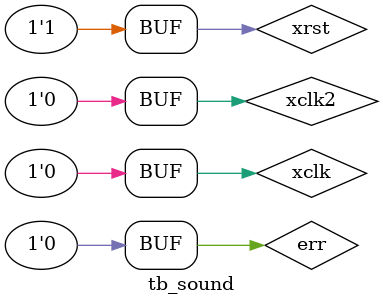
<source format=v>
`timescale 1ps / 1ps

module tb_sound();

  parameter repetitions1 = 3000;
  parameter repetitions2 = 3000;
  parameter clk_delay1 = 1;
  parameter clk_delay2 = 1;
  integer i;
  reg err;

  reg xclk, xclk2, xrst;
// Your testbench goes here.

  sound dut( .CLOCK_50(xclk), .CLOCK2_50(xclk2), .KEY({xrst, 3'b000}), .SW(),
	     .AUD_DACLRCK(), .AUD_ADCLRCK(), .AUD_BCLK(), .AUD_ADCDAT(),
	     .FPGA_I2C_SDAT(), .FPGA_I2C_SCLK(), .AUD_DACDAT(), .AUD_XCK(),
             .HEX0(), .HEX1(), .HEX2(), .HEX3(), .HEX4(), .HEX5(), .LEDR()	);

  initial begin
	#20 xclk = 1'b0;
	repeat (repetitions1) begin
	  #clk_delay1 xclk = 1'b1;
	  #clk_delay1 xclk = 1'b0;
	end
  end

  initial begin
	#20 xclk2 = 1'b0;
	repeat (repetitions2) begin
	  #clk_delay2 xclk2 = 1'b1;
	  #clk_delay2 xclk2 = 1'b0;
	end
  end

  initial begin
	err = 1'b0; xrst = 1'b1;
	#5 xrst = 1'b0;
	#5 xrst = 1'b1;

	#6000 $display("done");
  end

endmodule: tb_sound
</source>
